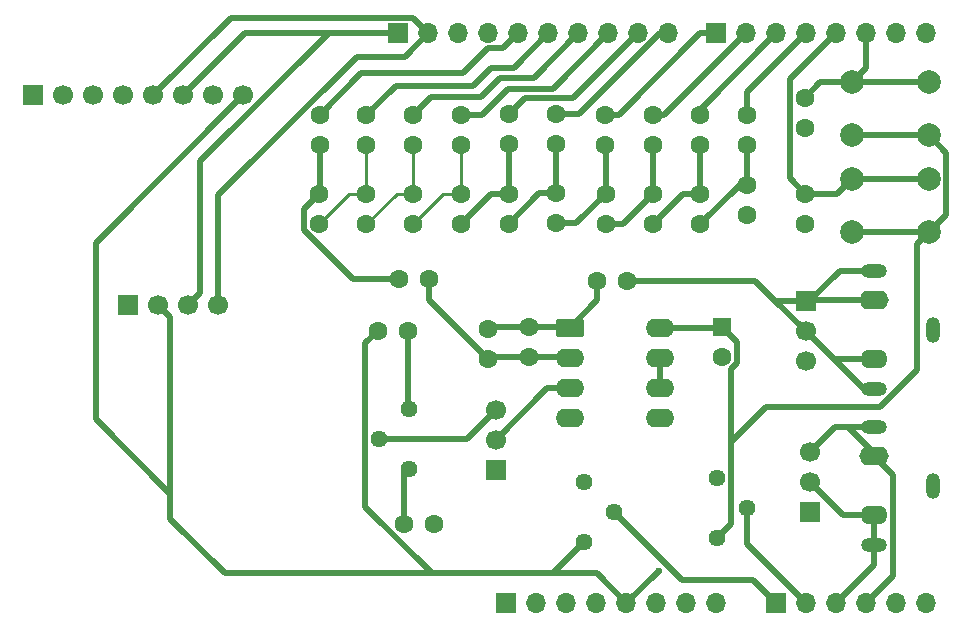
<source format=gbr>
%TF.GenerationSoftware,KiCad,Pcbnew,9.0.2*%
%TF.CreationDate,2026-02-03T14:08:59-07:00*%
%TF.ProjectId,Uno_Shield_DSP_Class_v1,556e6f5f-5368-4696-956c-645f4453505f,rev?*%
%TF.SameCoordinates,Original*%
%TF.FileFunction,Copper,L1,Top*%
%TF.FilePolarity,Positive*%
%FSLAX46Y46*%
G04 Gerber Fmt 4.6, Leading zero omitted, Abs format (unit mm)*
G04 Created by KiCad (PCBNEW 9.0.2) date 2026-02-03 14:08:59*
%MOMM*%
%LPD*%
G01*
G04 APERTURE LIST*
G04 Aperture macros list*
%AMRoundRect*
0 Rectangle with rounded corners*
0 $1 Rounding radius*
0 $2 $3 $4 $5 $6 $7 $8 $9 X,Y pos of 4 corners*
0 Add a 4 corners polygon primitive as box body*
4,1,4,$2,$3,$4,$5,$6,$7,$8,$9,$2,$3,0*
0 Add four circle primitives for the rounded corners*
1,1,$1+$1,$2,$3*
1,1,$1+$1,$4,$5*
1,1,$1+$1,$6,$7*
1,1,$1+$1,$8,$9*
0 Add four rect primitives between the rounded corners*
20,1,$1+$1,$2,$3,$4,$5,0*
20,1,$1+$1,$4,$5,$6,$7,0*
20,1,$1+$1,$6,$7,$8,$9,0*
20,1,$1+$1,$8,$9,$2,$3,0*%
G04 Aperture macros list end*
%TA.AperFunction,ComponentPad*%
%ADD10R,1.700000X1.700000*%
%TD*%
%TA.AperFunction,ComponentPad*%
%ADD11O,1.700000X1.700000*%
%TD*%
%TA.AperFunction,ComponentPad*%
%ADD12C,1.600000*%
%TD*%
%TA.AperFunction,ComponentPad*%
%ADD13C,1.700000*%
%TD*%
%TA.AperFunction,ComponentPad*%
%ADD14C,1.440000*%
%TD*%
%TA.AperFunction,ComponentPad*%
%ADD15RoundRect,0.250000X-0.950000X-0.550000X0.950000X-0.550000X0.950000X0.550000X-0.950000X0.550000X0*%
%TD*%
%TA.AperFunction,ComponentPad*%
%ADD16O,2.400000X1.600000*%
%TD*%
%TA.AperFunction,ComponentPad*%
%ADD17C,2.000000*%
%TD*%
%TA.AperFunction,ComponentPad*%
%ADD18RoundRect,0.250000X-0.550000X0.550000X-0.550000X-0.550000X0.550000X-0.550000X0.550000X0.550000X0*%
%TD*%
%TA.AperFunction,ComponentPad*%
%ADD19O,2.200000X1.200000*%
%TD*%
%TA.AperFunction,ComponentPad*%
%ADD20O,2.300000X1.600000*%
%TD*%
%TA.AperFunction,ComponentPad*%
%ADD21O,1.200000X2.200000*%
%TD*%
%TA.AperFunction,ComponentPad*%
%ADD22O,2.500000X1.600000*%
%TD*%
%TA.AperFunction,ViaPad*%
%ADD23C,0.600000*%
%TD*%
%TA.AperFunction,Conductor*%
%ADD24C,0.508000*%
%TD*%
%TA.AperFunction,Conductor*%
%ADD25C,0.250000*%
%TD*%
G04 APERTURE END LIST*
D10*
%TO.P,J1,1,Pin_1*%
%TO.N,unconnected-(J1-Pin_1-Pad1)*%
X127940000Y-97460000D03*
D11*
%TO.P,J1,2,Pin_2*%
%TO.N,/IOREF*%
X130480000Y-97460000D03*
%TO.P,J1,3,Pin_3*%
%TO.N,/~{RESET}*%
X133020000Y-97460000D03*
%TO.P,J1,4,Pin_4*%
%TO.N,+3V3*%
X135560000Y-97460000D03*
%TO.P,J1,5,Pin_5*%
%TO.N,+5V*%
X138100000Y-97460000D03*
%TO.P,J1,6,Pin_6*%
%TO.N,GND*%
X140640000Y-97460000D03*
%TO.P,J1,7,Pin_7*%
X143180000Y-97460000D03*
%TO.P,J1,8,Pin_8*%
%TO.N,VCC*%
X145720000Y-97460000D03*
%TD*%
D10*
%TO.P,J3,1,Pin_1*%
%TO.N,/A0*%
X150800000Y-97460000D03*
D11*
%TO.P,J3,2,Pin_2*%
%TO.N,/A1*%
X153340000Y-97460000D03*
%TO.P,J3,3,Pin_3*%
%TO.N,/IN_RIGHT*%
X155880000Y-97460000D03*
%TO.P,J3,4,Pin_4*%
%TO.N,/IN_LEFT*%
X158420000Y-97460000D03*
%TO.P,J3,5,Pin_5*%
%TO.N,/SDA{slash}A4*%
X160960000Y-97460000D03*
%TO.P,J3,6,Pin_6*%
%TO.N,/SCL{slash}A5*%
X163500000Y-97460000D03*
%TD*%
D10*
%TO.P,J2,1,Pin_1*%
%TO.N,/SCL*%
X118796000Y-49200000D03*
D11*
%TO.P,J2,2,Pin_2*%
%TO.N,/SDA*%
X121336000Y-49200000D03*
%TO.P,J2,3,Pin_3*%
%TO.N,/AREF*%
X123876000Y-49200000D03*
%TO.P,J2,4,Pin_4*%
%TO.N,GND*%
X126416000Y-49200000D03*
%TO.P,J2,5,Pin_5*%
%TO.N,/D9*%
X128956000Y-49200000D03*
%TO.P,J2,6,Pin_6*%
%TO.N,/D8*%
X131496000Y-49200000D03*
%TO.P,J2,7,Pin_7*%
%TO.N,/D7*%
X134036000Y-49200000D03*
%TO.P,J2,8,Pin_8*%
%TO.N,/D6*%
X136576000Y-49200000D03*
%TO.P,J2,9,Pin_9*%
%TO.N,/D5*%
X139116000Y-49200000D03*
%TO.P,J2,10,Pin_10*%
%TO.N,/D4*%
X141656000Y-49200000D03*
%TD*%
D10*
%TO.P,J4,1,Pin_1*%
%TO.N,/D3*%
X145720000Y-49200000D03*
D11*
%TO.P,J4,2,Pin_2*%
%TO.N,/D2*%
X148260000Y-49200000D03*
%TO.P,J4,3,Pin_3*%
%TO.N,/D1*%
X150800000Y-49200000D03*
%TO.P,J4,4,Pin_4*%
%TO.N,/D0*%
X153340000Y-49200000D03*
%TO.P,J4,5,Pin_5*%
%TO.N,/BT2*%
X155880000Y-49200000D03*
%TO.P,J4,6,Pin_6*%
%TO.N,/BT1*%
X158420000Y-49200000D03*
%TO.P,J4,7,Pin_7*%
%TO.N,/TX{slash}1*%
X160960000Y-49200000D03*
%TO.P,J4,8,Pin_8*%
%TO.N,/RX{slash}0*%
X163500000Y-49200000D03*
%TD*%
D12*
%TO.P,R23,1*%
%TO.N,Net-(U1A--)*%
X121370000Y-70040000D03*
%TO.P,R23,2*%
%TO.N,Net-(R21-Pad1)*%
X118830000Y-70040000D03*
%TD*%
D10*
%TO.P,J6,1,Pin_1*%
%TO.N,GND*%
X95900000Y-72240000D03*
D13*
%TO.P,J6,2,Pin_2*%
%TO.N,+5V*%
X98440000Y-72240000D03*
%TO.P,J6,3,Pin_3*%
%TO.N,/SCL*%
X100980000Y-72240000D03*
%TO.P,J6,4,Pin_4*%
%TO.N,/SDA*%
X103520000Y-72240000D03*
%TD*%
D12*
%TO.P,R8,1*%
%TO.N,Net-(R7-Pad1)*%
X140370000Y-58690000D03*
%TO.P,R8,2*%
%TO.N,/D2*%
X140370000Y-56150000D03*
%TD*%
D14*
%TO.P,RV2,1,1*%
%TO.N,+5V*%
X145810000Y-91950000D03*
%TO.P,RV2,2,2*%
%TO.N,/A1*%
X148350000Y-89410000D03*
%TO.P,RV2,3,3*%
%TO.N,GND*%
X145810000Y-86870000D03*
%TD*%
%TO.P,RV3,1,1*%
%TO.N,Net-(R25-Pad2)*%
X119705000Y-81000000D03*
%TO.P,RV3,2,2*%
%TO.N,Net-(J9-Pin_3)*%
X117165000Y-83540000D03*
%TO.P,RV3,3,3*%
%TO.N,Net-(R26-Pad1)*%
X119705000Y-86080000D03*
%TD*%
D12*
%TO.P,R3,1*%
%TO.N,GND*%
X148340000Y-64610000D03*
%TO.P,R3,2*%
%TO.N,Net-(R3-Pad2)*%
X148340000Y-62070000D03*
%TD*%
D10*
%TO.P,J9,1,Pin_1*%
%TO.N,GND*%
X127040000Y-86170000D03*
D13*
%TO.P,J9,2,Pin_2*%
%TO.N,Net-(J9-Pin_2)*%
X127040000Y-83630000D03*
%TO.P,J9,3,Pin_3*%
%TO.N,Net-(J9-Pin_3)*%
X127040000Y-81090000D03*
%TD*%
D15*
%TO.P,U1,1*%
%TO.N,Net-(C2-Pad2)*%
X133300000Y-74170000D03*
D16*
%TO.P,U1,2,-*%
%TO.N,Net-(U1A--)*%
X133300000Y-76710000D03*
%TO.P,U1,3,+*%
%TO.N,Net-(J9-Pin_2)*%
X133300000Y-79250000D03*
%TO.P,U1,4,V-*%
%TO.N,GND*%
X133300000Y-81790000D03*
%TO.P,U1,5,+*%
X140920000Y-81790000D03*
%TO.P,U1,6,-*%
%TO.N,Net-(U1B--)*%
X140920000Y-79250000D03*
%TO.P,U1,7*%
X140920000Y-76710000D03*
%TO.P,U1,8,V+*%
%TO.N,+5V*%
X140920000Y-74170000D03*
%TD*%
D12*
%TO.P,R2,1*%
%TO.N,/BT2*%
X153260000Y-62810000D03*
%TO.P,R2,2*%
%TO.N,GND*%
X153260000Y-65350000D03*
%TD*%
D14*
%TO.P,RV1,1,1*%
%TO.N,+5V*%
X134522000Y-92290000D03*
%TO.P,RV1,2,2*%
%TO.N,/A0*%
X137062000Y-89750000D03*
%TO.P,RV1,3,3*%
%TO.N,GND*%
X134522000Y-87210000D03*
%TD*%
D12*
%TO.P,R16,1*%
%TO.N,Net-(R15-Pad1)*%
X124070000Y-58650000D03*
%TO.P,R16,2*%
%TO.N,/D6*%
X124070000Y-56110000D03*
%TD*%
%TO.P,R25,1*%
%TO.N,+5V*%
X117047000Y-74400000D03*
%TO.P,R25,2*%
%TO.N,Net-(R25-Pad2)*%
X119587000Y-74400000D03*
%TD*%
%TO.P,R17,1*%
%TO.N,Net-(R17-Pad1)*%
X120030000Y-62800000D03*
%TO.P,R17,2*%
%TO.N,Net-(R15-Pad1)*%
X120030000Y-65340000D03*
%TD*%
%TO.P,R27,1*%
%TO.N,/AUDIO_OUT*%
X138180000Y-70180000D03*
%TO.P,R27,2*%
%TO.N,Net-(C2-Pad2)*%
X135640000Y-70180000D03*
%TD*%
%TO.P,R1,1*%
%TO.N,/BT1*%
X153220000Y-54670000D03*
%TO.P,R1,2*%
%TO.N,GND*%
X153220000Y-57210000D03*
%TD*%
D10*
%TO.P,J12,1,Pin_1*%
%TO.N,GND*%
X153620000Y-89780000D03*
D13*
%TO.P,J12,2,Pin_2*%
%TO.N,/IN_RIGHT*%
X153620000Y-87240000D03*
%TO.P,J12,3,Pin_3*%
%TO.N,/IN_LEFT*%
X153620000Y-84700000D03*
%TD*%
D12*
%TO.P,R22,1*%
%TO.N,Net-(R21-Pad1)*%
X112130000Y-58650000D03*
%TO.P,R22,2*%
%TO.N,/D9*%
X112130000Y-56110000D03*
%TD*%
%TO.P,R11,1*%
%TO.N,Net-(R11-Pad1)*%
X132180000Y-62770000D03*
%TO.P,R11,2*%
%TO.N,Net-(R10-Pad1)*%
X132180000Y-65310000D03*
%TD*%
D17*
%TO.P,SW1,1,1*%
%TO.N,+5V*%
X163710000Y-57870000D03*
X157210000Y-57870000D03*
%TO.P,SW1,2,2*%
%TO.N,/BT1*%
X163710000Y-53370000D03*
X157210000Y-53370000D03*
%TD*%
D12*
%TO.P,R12,1*%
%TO.N,Net-(R11-Pad1)*%
X132180000Y-58620000D03*
%TO.P,R12,2*%
%TO.N,/D4*%
X132180000Y-56080000D03*
%TD*%
%TO.P,R24,1*%
%TO.N,Net-(C2-Pad2)*%
X126360000Y-74240000D03*
%TO.P,R24,2*%
%TO.N,Net-(U1A--)*%
X126360000Y-76780000D03*
%TD*%
D18*
%TO.P,C1,1*%
%TO.N,+5V*%
X146210000Y-74107620D03*
D12*
%TO.P,C1,2*%
%TO.N,GND*%
X146210000Y-76607620D03*
%TD*%
%TO.P,R5,1*%
%TO.N,Net-(R5-Pad1)*%
X144370000Y-62850000D03*
%TO.P,R5,2*%
%TO.N,Net-(R3-Pad2)*%
X144370000Y-65390000D03*
%TD*%
%TO.P,R26,1*%
%TO.N,Net-(R26-Pad1)*%
X119260000Y-90790000D03*
%TO.P,R26,2*%
%TO.N,GND*%
X121800000Y-90790000D03*
%TD*%
D10*
%TO.P,J5,1,Pin_1*%
%TO.N,unconnected-(J5-Pin_1-Pad1)*%
X87877000Y-54475000D03*
D13*
%TO.P,J5,2,Pin_2*%
%TO.N,unconnected-(J5-Pin_2-Pad2)*%
X90417000Y-54475000D03*
%TO.P,J5,3,Pin_3*%
%TO.N,unconnected-(J5-Pin_3-Pad3)*%
X92957000Y-54475000D03*
%TO.P,J5,4,Pin_4*%
%TO.N,unconnected-(J5-Pin_4-Pad4)*%
X95497000Y-54475000D03*
%TO.P,J5,5,Pin_5*%
%TO.N,/SDA*%
X98037000Y-54475000D03*
%TO.P,J5,6,Pin_6*%
%TO.N,/SCL*%
X100577000Y-54475000D03*
%TO.P,J5,7,Pin_7*%
%TO.N,GND*%
X103117000Y-54475000D03*
%TO.P,J5,8,Pin_8*%
%TO.N,+5V*%
X105657000Y-54475000D03*
%TD*%
D12*
%TO.P,R10,1*%
%TO.N,Net-(R10-Pad1)*%
X136270000Y-58650000D03*
%TO.P,R10,2*%
%TO.N,/D3*%
X136270000Y-56110000D03*
%TD*%
D10*
%TO.P,J7,1,Pin_1*%
%TO.N,/AUDIO_OUT*%
X153310000Y-71920000D03*
D13*
%TO.P,J7,2,Pin_2*%
X153310000Y-74460000D03*
%TO.P,J7,3,Pin_3*%
%TO.N,GND*%
X153310000Y-77000000D03*
%TD*%
D12*
%TO.P,R6,1*%
%TO.N,Net-(R5-Pad1)*%
X144310000Y-58680000D03*
%TO.P,R6,2*%
%TO.N,/D1*%
X144310000Y-56140000D03*
%TD*%
%TO.P,R20,1*%
%TO.N,Net-(R19-Pad1)*%
X116090000Y-58670000D03*
%TO.P,R20,2*%
%TO.N,/D8*%
X116090000Y-56130000D03*
%TD*%
D17*
%TO.P,SW2,1,1*%
%TO.N,+5V*%
X163710000Y-66050000D03*
X157210000Y-66050000D03*
%TO.P,SW2,2,2*%
%TO.N,/BT2*%
X163710000Y-61550000D03*
X157210000Y-61550000D03*
%TD*%
D12*
%TO.P,R21,1*%
%TO.N,Net-(R21-Pad1)*%
X112090000Y-62840000D03*
%TO.P,R21,2*%
%TO.N,Net-(R19-Pad1)*%
X112090000Y-65380000D03*
%TD*%
%TO.P,R7,1*%
%TO.N,Net-(R7-Pad1)*%
X140350000Y-62820000D03*
%TO.P,R7,2*%
%TO.N,Net-(R5-Pad1)*%
X140350000Y-65360000D03*
%TD*%
%TO.P,C2,1*%
%TO.N,Net-(U1A--)*%
X129890000Y-76600000D03*
%TO.P,C2,2*%
%TO.N,Net-(C2-Pad2)*%
X129890000Y-74100000D03*
%TD*%
%TO.P,R19,1*%
%TO.N,Net-(R19-Pad1)*%
X116080000Y-62840000D03*
%TO.P,R19,2*%
%TO.N,Net-(R17-Pad1)*%
X116080000Y-65380000D03*
%TD*%
%TO.P,R15,1*%
%TO.N,Net-(R15-Pad1)*%
X124070000Y-62810000D03*
%TO.P,R15,2*%
%TO.N,Net-(R13-Pad1)*%
X124070000Y-65350000D03*
%TD*%
%TO.P,R4,1*%
%TO.N,Net-(R3-Pad2)*%
X148320000Y-58690000D03*
%TO.P,R4,2*%
%TO.N,/D0*%
X148320000Y-56150000D03*
%TD*%
%TO.P,R18,1*%
%TO.N,Net-(R17-Pad1)*%
X120050000Y-58670000D03*
%TO.P,R18,2*%
%TO.N,/D7*%
X120050000Y-56130000D03*
%TD*%
%TO.P,R14,1*%
%TO.N,Net-(R13-Pad1)*%
X128130000Y-58620000D03*
%TO.P,R14,2*%
%TO.N,/D5*%
X128130000Y-56080000D03*
%TD*%
%TO.P,R13,1*%
%TO.N,Net-(R13-Pad1)*%
X128150000Y-62820000D03*
%TO.P,R13,2*%
%TO.N,Net-(R11-Pad1)*%
X128150000Y-65360000D03*
%TD*%
%TO.P,R9,1*%
%TO.N,Net-(R10-Pad1)*%
X136350000Y-62810000D03*
%TO.P,R9,2*%
%TO.N,Net-(R7-Pad1)*%
X136350000Y-65350000D03*
%TD*%
D19*
%TO.P,J10,R*%
%TO.N,/IN_RIGHT*%
X159090000Y-92540000D03*
D20*
%TO.P,J10,RN*%
X159090000Y-90040000D03*
D21*
%TO.P,J10,S*%
%TO.N,GND*%
X164090000Y-87540000D03*
D19*
%TO.P,J10,T*%
%TO.N,/IN_LEFT*%
X159090000Y-82540000D03*
D22*
%TO.P,J10,TN*%
X159090000Y-85040000D03*
%TD*%
D19*
%TO.P,J11,R*%
%TO.N,/AUDIO_OUT*%
X159090000Y-79330000D03*
D20*
%TO.P,J11,RN*%
X159090000Y-76830000D03*
D21*
%TO.P,J11,S*%
%TO.N,GND*%
X164090000Y-74330000D03*
D19*
%TO.P,J11,T*%
%TO.N,/AUDIO_OUT*%
X159090000Y-69330000D03*
D22*
%TO.P,J11,TN*%
X159090000Y-71830000D03*
%TD*%
D23*
%TO.N,+5V*%
X140837000Y-94725000D03*
%TD*%
D24*
%TO.N,+5V*%
X99487000Y-88200000D02*
X99487000Y-88850000D01*
X99487000Y-88850000D02*
X99487000Y-73287000D01*
X93162000Y-81875000D02*
X99487000Y-88200000D01*
X99487000Y-90350000D02*
X99487000Y-88850000D01*
X104087000Y-94950000D02*
X99487000Y-90350000D01*
X121645161Y-94950000D02*
X104087000Y-94950000D01*
X99487000Y-73287000D02*
X98440000Y-72240000D01*
X93162000Y-66970000D02*
X93162000Y-81875000D01*
X105657000Y-54475000D02*
X93162000Y-66970000D01*
%TO.N,/SDA*%
X103520000Y-62945161D02*
X103520000Y-72240000D01*
X115265161Y-51200000D02*
X103520000Y-62945161D01*
X119336000Y-51200000D02*
X115265161Y-51200000D01*
X121336000Y-49200000D02*
X119336000Y-51200000D01*
%TO.N,/SCL*%
X102012000Y-60075000D02*
X102012000Y-71208000D01*
X102012000Y-71208000D02*
X100980000Y-72240000D01*
X112887000Y-49200000D02*
X102012000Y-60075000D01*
X118796000Y-49200000D02*
X112887000Y-49200000D01*
X105852000Y-49200000D02*
X100577000Y-54475000D01*
X118796000Y-49200000D02*
X105852000Y-49200000D01*
%TO.N,/SDA*%
X104617000Y-47895000D02*
X98037000Y-54475000D01*
X120031000Y-47895000D02*
X104617000Y-47895000D01*
X121336000Y-49200000D02*
X120031000Y-47895000D01*
%TO.N,+5V*%
X146985000Y-77607459D02*
X147465000Y-77127459D01*
X135590000Y-94950000D02*
X138100000Y-97460000D01*
X147465000Y-75362620D02*
X146210000Y-74107620D01*
X146147620Y-74170000D02*
X146210000Y-74107620D01*
X162710000Y-77701995D02*
X162710000Y-67050000D01*
X157210000Y-57870000D02*
X163710000Y-57870000D01*
X146985000Y-90775000D02*
X146985000Y-83850000D01*
X134522000Y-92290000D02*
X131862000Y-94950000D01*
X146985000Y-83850000D02*
X146985000Y-77607459D01*
X157210000Y-66050000D02*
X163710000Y-66050000D01*
X159536995Y-80875000D02*
X162710000Y-77701995D01*
X149960000Y-80875000D02*
X159536995Y-80875000D01*
X117047000Y-74400000D02*
X115990000Y-75457000D01*
X145810000Y-91950000D02*
X146985000Y-90775000D01*
X131537000Y-94950000D02*
X135590000Y-94950000D01*
X121645161Y-94950000D02*
X131537000Y-94950000D01*
X115990000Y-89294839D02*
X121645161Y-94950000D01*
X131862000Y-94950000D02*
X131537000Y-94950000D01*
X140920000Y-74170000D02*
X146147620Y-74170000D01*
X165165000Y-59325000D02*
X165165000Y-64595000D01*
X163710000Y-57870000D02*
X165165000Y-59325000D01*
X138100000Y-97460000D02*
X140835000Y-94725000D01*
X162710000Y-67050000D02*
X163710000Y-66050000D01*
X115990000Y-75457000D02*
X115990000Y-89294839D01*
X165165000Y-64595000D02*
X163710000Y-66050000D01*
X147465000Y-77127459D02*
X147465000Y-75362620D01*
X146985000Y-83850000D02*
X149960000Y-80875000D01*
X140835000Y-94725000D02*
X140837000Y-94725000D01*
%TO.N,/A0*%
X142792000Y-95480000D02*
X148820000Y-95480000D01*
X137062000Y-89750000D02*
X142792000Y-95480000D01*
X148820000Y-95480000D02*
X150800000Y-97460000D01*
%TO.N,/A1*%
X148350000Y-92470000D02*
X153340000Y-97460000D01*
X148350000Y-89410000D02*
X148350000Y-92470000D01*
%TO.N,/BT1*%
X157210000Y-53370000D02*
X154520000Y-53370000D01*
X163710000Y-53370000D02*
X157210000Y-53370000D01*
X154520000Y-53370000D02*
X153220000Y-54670000D01*
X158420000Y-49200000D02*
X158420000Y-52160000D01*
X158420000Y-52160000D02*
X157210000Y-53370000D01*
%TO.N,/BT2*%
X153260000Y-62810000D02*
X155950000Y-62810000D01*
X163710000Y-61550000D02*
X157210000Y-61550000D01*
X151965000Y-53115000D02*
X151965000Y-61515000D01*
X151965000Y-61515000D02*
X153260000Y-62810000D01*
X155950000Y-62810000D02*
X157210000Y-61550000D01*
X155880000Y-49200000D02*
X151965000Y-53115000D01*
%TO.N,Net-(C2-Pad2)*%
X135640000Y-70180000D02*
X135640000Y-71830000D01*
X129890000Y-74100000D02*
X126500000Y-74100000D01*
X129890000Y-74100000D02*
X133230000Y-74100000D01*
X126500000Y-74100000D02*
X126360000Y-74240000D01*
X135640000Y-71830000D02*
X133300000Y-74170000D01*
X133230000Y-74100000D02*
X133300000Y-74170000D01*
%TO.N,Net-(U1A--)*%
X129890000Y-76600000D02*
X133190000Y-76600000D01*
X126540000Y-76600000D02*
X126360000Y-76780000D01*
X133190000Y-76600000D02*
X133300000Y-76710000D01*
X129890000Y-76600000D02*
X126540000Y-76600000D01*
X121370000Y-70040000D02*
X121370000Y-71790000D01*
X121370000Y-71790000D02*
X126360000Y-76780000D01*
%TO.N,/D7*%
X134036000Y-49200000D02*
X130261000Y-52975000D01*
X121555000Y-54625000D02*
X120050000Y-56130000D01*
X127412000Y-52975000D02*
X125762000Y-54625000D01*
X130261000Y-52975000D02*
X127412000Y-52975000D01*
X125762000Y-54625000D02*
X121555000Y-54625000D01*
%TO.N,/D8*%
X131496000Y-49200000D02*
X128571000Y-52125000D01*
X126612000Y-52125000D02*
X125087000Y-53650000D01*
X128571000Y-52125000D02*
X126612000Y-52125000D01*
X118570000Y-53650000D02*
X116090000Y-56130000D01*
X125087000Y-53650000D02*
X118570000Y-53650000D01*
%TO.N,/D9*%
X124262000Y-52625000D02*
X115615000Y-52625000D01*
X115615000Y-52625000D02*
X112130000Y-56110000D01*
X127651000Y-50505000D02*
X126382000Y-50505000D01*
X128956000Y-49200000D02*
X127651000Y-50505000D01*
X126382000Y-50505000D02*
X124262000Y-52625000D01*
%TO.N,/D6*%
X136576000Y-49200000D02*
X131876000Y-53900000D01*
X131876000Y-53900000D02*
X128087000Y-53900000D01*
X125877000Y-56110000D02*
X124070000Y-56110000D01*
X128087000Y-53900000D02*
X125877000Y-56110000D01*
%TO.N,/D4*%
X134107000Y-56080000D02*
X132180000Y-56080000D01*
X141656000Y-49200000D02*
X140987000Y-49200000D01*
X140987000Y-49200000D02*
X134107000Y-56080000D01*
%TO.N,/D5*%
X139116000Y-49200000D02*
X133591000Y-54725000D01*
X129485000Y-54725000D02*
X128130000Y-56080000D01*
X133591000Y-54725000D02*
X129485000Y-54725000D01*
%TO.N,/IN_RIGHT*%
X155880000Y-97460000D02*
X159090000Y-94250000D01*
X159090000Y-90040000D02*
X159090000Y-92540000D01*
X156420000Y-90040000D02*
X159090000Y-90040000D01*
X159090000Y-94250000D02*
X159090000Y-92540000D01*
X153620000Y-87240000D02*
X156420000Y-90040000D01*
%TO.N,/IN_LEFT*%
X160695000Y-95185000D02*
X160695000Y-86645000D01*
X160695000Y-86645000D02*
X159090000Y-85040000D01*
X159090000Y-84743000D02*
X156887000Y-82540000D01*
X158420000Y-97460000D02*
X160695000Y-95185000D01*
X159090000Y-85040000D02*
X159090000Y-84743000D01*
X156887000Y-82540000D02*
X159090000Y-82540000D01*
X153620000Y-84700000D02*
X155780000Y-82540000D01*
X155780000Y-82540000D02*
X156887000Y-82540000D01*
%TO.N,/D3*%
X137452000Y-56110000D02*
X136270000Y-56110000D01*
X144362000Y-49200000D02*
X137452000Y-56110000D01*
X145720000Y-49200000D02*
X144362000Y-49200000D01*
%TO.N,/D2*%
X148260000Y-49200000D02*
X141310000Y-56150000D01*
X141310000Y-56150000D02*
X140370000Y-56150000D01*
%TO.N,/D0*%
X148320000Y-54220000D02*
X148320000Y-56150000D01*
X153340000Y-49200000D02*
X148320000Y-54220000D01*
%TO.N,/D1*%
X150800000Y-49200000D02*
X144310000Y-55690000D01*
X144310000Y-55690000D02*
X144310000Y-56140000D01*
%TO.N,/AUDIO_OUT*%
X158180000Y-79330000D02*
X159090000Y-79330000D01*
X159090000Y-71830000D02*
X153400000Y-71830000D01*
X153310000Y-74460000D02*
X155668500Y-76818500D01*
X149030000Y-70180000D02*
X150381000Y-71531000D01*
X159090000Y-76830000D02*
X155680000Y-76830000D01*
X153310000Y-71920000D02*
X153557000Y-71920000D01*
X153310000Y-71920000D02*
X150770000Y-71920000D01*
X155680000Y-76830000D02*
X155668500Y-76818500D01*
X153557000Y-71920000D02*
X156147000Y-69330000D01*
X153400000Y-71830000D02*
X153310000Y-71920000D01*
X150381000Y-71531000D02*
X153310000Y-74460000D01*
X155668500Y-76818500D02*
X158180000Y-79330000D01*
X138180000Y-70180000D02*
X149030000Y-70180000D01*
X156147000Y-69330000D02*
X159090000Y-69330000D01*
X150770000Y-71920000D02*
X150381000Y-71531000D01*
%TO.N,Net-(J9-Pin_3)*%
X124590000Y-83540000D02*
X127040000Y-81090000D01*
X117165000Y-83540000D02*
X124590000Y-83540000D01*
%TO.N,Net-(J9-Pin_2)*%
X127040000Y-83630000D02*
X131420000Y-79250000D01*
X131420000Y-79250000D02*
X133300000Y-79250000D01*
%TO.N,Net-(R3-Pad2)*%
X147690000Y-62070000D02*
X148340000Y-62070000D01*
X148320000Y-62050000D02*
X148340000Y-62070000D01*
X148320000Y-58690000D02*
X148320000Y-62050000D01*
X144370000Y-65390000D02*
X147690000Y-62070000D01*
%TO.N,Net-(R5-Pad1)*%
X144310000Y-58680000D02*
X144310000Y-62790000D01*
X142860000Y-62850000D02*
X140350000Y-65360000D01*
X144370000Y-62850000D02*
X142860000Y-62850000D01*
X144310000Y-62790000D02*
X144370000Y-62850000D01*
%TO.N,Net-(R7-Pad1)*%
X140350000Y-58710000D02*
X140370000Y-58690000D01*
X137820000Y-65350000D02*
X140350000Y-62820000D01*
X136350000Y-65350000D02*
X137820000Y-65350000D01*
X140350000Y-62820000D02*
X140350000Y-58710000D01*
%TO.N,Net-(R10-Pad1)*%
X132180000Y-65310000D02*
X133850000Y-65310000D01*
X136350000Y-58730000D02*
X136270000Y-58650000D01*
X133850000Y-65310000D02*
X136350000Y-62810000D01*
X136350000Y-62810000D02*
X136350000Y-58730000D01*
%TO.N,Net-(R11-Pad1)*%
X132180000Y-62770000D02*
X130740000Y-62770000D01*
X132180000Y-62770000D02*
X132180000Y-58620000D01*
X130740000Y-62770000D02*
X128150000Y-65360000D01*
%TO.N,Net-(R13-Pad1)*%
X128150000Y-58640000D02*
X128130000Y-58620000D01*
X128150000Y-62820000D02*
X126600000Y-62820000D01*
X128150000Y-62820000D02*
X128150000Y-58640000D01*
X126600000Y-62820000D02*
X124070000Y-65350000D01*
D25*
%TO.N,Net-(R15-Pad1)*%
X124070000Y-62810000D02*
X124070000Y-58650000D01*
X122560000Y-62810000D02*
X120030000Y-65340000D01*
X124070000Y-62810000D02*
X122560000Y-62810000D01*
%TO.N,Net-(R17-Pad1)*%
X120030000Y-58690000D02*
X120050000Y-58670000D01*
X120030000Y-62800000D02*
X118660000Y-62800000D01*
X118660000Y-62800000D02*
X116080000Y-65380000D01*
X120030000Y-62800000D02*
X120030000Y-58690000D01*
%TO.N,Net-(R19-Pad1)*%
X114630000Y-62840000D02*
X112090000Y-65380000D01*
X116080000Y-58680000D02*
X116090000Y-58670000D01*
X116080000Y-62840000D02*
X114630000Y-62840000D01*
X116080000Y-62840000D02*
X116080000Y-58680000D01*
D24*
%TO.N,Net-(R21-Pad1)*%
X114975161Y-70040000D02*
X118830000Y-70040000D01*
X112130000Y-62800000D02*
X112090000Y-62840000D01*
X110835000Y-64095000D02*
X110835000Y-65899839D01*
X110835000Y-65899839D02*
X114975161Y-70040000D01*
X112090000Y-62840000D02*
X110835000Y-64095000D01*
X112130000Y-58650000D02*
X112130000Y-62800000D01*
%TO.N,Net-(R25-Pad2)*%
X119587000Y-80882000D02*
X119705000Y-81000000D01*
X119587000Y-74400000D02*
X119587000Y-80882000D01*
%TO.N,Net-(R26-Pad1)*%
X119260000Y-86525000D02*
X119705000Y-86080000D01*
X119260000Y-90790000D02*
X119260000Y-86525000D01*
%TO.N,Net-(U1B--)*%
X140920000Y-79250000D02*
X140920000Y-76710000D01*
%TD*%
M02*

</source>
